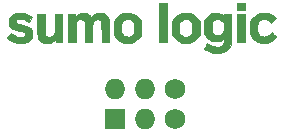
<source format=gbr>
G04 #@! TF.GenerationSoftware,KiCad,Pcbnew,(5.1.10)-1*
G04 #@! TF.CreationDate,2021-09-01T23:51:14-05:00*
G04 #@! TF.ProjectId,Bsides-KC-2021-Sumo-Logic-Sponsor-SAO-SVG2Shenzen v1_00 (Paths),42736964-6573-42d4-9b43-2d323032312d,rev?*
G04 #@! TF.SameCoordinates,Original*
G04 #@! TF.FileFunction,Copper,L1,Top*
G04 #@! TF.FilePolarity,Positive*
%FSLAX46Y46*%
G04 Gerber Fmt 4.6, Leading zero omitted, Abs format (unit mm)*
G04 Created by KiCad (PCBNEW (5.1.10)-1) date 2021-09-01 23:51:14*
%MOMM*%
%LPD*%
G01*
G04 APERTURE LIST*
G04 #@! TA.AperFunction,EtchedComponent*
%ADD10C,0.010000*%
G04 #@! TD*
G04 #@! TA.AperFunction,ComponentPad*
%ADD11C,1.727200*%
G04 #@! TD*
G04 #@! TA.AperFunction,ComponentPad*
%ADD12O,1.727200X1.727200*%
G04 #@! TD*
G04 #@! TA.AperFunction,ComponentPad*
%ADD13R,1.727200X1.727200*%
G04 #@! TD*
G04 APERTURE END LIST*
D10*
G04 #@! TO.C,G\u002A\u002A\u002A*
G36*
X151509373Y-94742945D02*
G01*
X151511815Y-94743053D01*
X151679089Y-94759510D01*
X151817487Y-94795079D01*
X151937683Y-94853782D01*
X152050350Y-94939636D01*
X152062003Y-94950228D01*
X152157675Y-95038415D01*
X152164129Y-94925666D01*
X152170584Y-94812917D01*
X152742084Y-94812917D01*
X152742084Y-96040584D01*
X152742002Y-96301690D01*
X152741690Y-96524011D01*
X152741046Y-96711094D01*
X152739968Y-96866488D01*
X152738356Y-96993741D01*
X152736108Y-97096400D01*
X152733122Y-97178013D01*
X152729298Y-97242129D01*
X152724533Y-97292294D01*
X152718726Y-97332058D01*
X152711777Y-97364967D01*
X152703583Y-97394571D01*
X152703377Y-97395250D01*
X152626483Y-97585630D01*
X152520089Y-97746724D01*
X152382707Y-97880033D01*
X152212851Y-97987061D01*
X152049219Y-98055945D01*
X151972782Y-98079997D01*
X151898844Y-98096454D01*
X151815201Y-98107030D01*
X151709652Y-98113441D01*
X151620250Y-98116271D01*
X151505726Y-98117473D01*
X151396541Y-98115700D01*
X151304955Y-98111327D01*
X151243230Y-98104734D01*
X151242631Y-98104627D01*
X151054370Y-98059614D01*
X150855789Y-97992849D01*
X150667750Y-97911356D01*
X150563865Y-97860646D01*
X150494310Y-97822743D01*
X150456803Y-97789201D01*
X150449066Y-97751572D01*
X150468817Y-97701409D01*
X150513775Y-97630265D01*
X150569586Y-97547761D01*
X150718136Y-97326350D01*
X150937809Y-97436467D01*
X151116640Y-97517195D01*
X151278984Y-97569889D01*
X151436962Y-97597719D01*
X151579062Y-97604180D01*
X151723109Y-97588729D01*
X151853373Y-97546806D01*
X151960532Y-97482244D01*
X152018495Y-97423440D01*
X152066648Y-97337336D01*
X152105407Y-97223835D01*
X152130769Y-97097529D01*
X152138834Y-96984676D01*
X152138834Y-96868747D01*
X152080625Y-96922218D01*
X151939498Y-97029840D01*
X151786016Y-97102259D01*
X151613377Y-97141957D01*
X151451261Y-97151834D01*
X151239816Y-97132289D01*
X151045785Y-97074604D01*
X150871517Y-96980200D01*
X150719362Y-96850499D01*
X150591672Y-96686925D01*
X150542440Y-96601924D01*
X150466667Y-96457726D01*
X150466667Y-95591871D01*
X151080500Y-95591871D01*
X151080500Y-95941367D01*
X151080825Y-96071694D01*
X151082400Y-96167343D01*
X151086128Y-96235970D01*
X151092912Y-96285228D01*
X151103653Y-96322773D01*
X151119255Y-96356260D01*
X151132079Y-96378876D01*
X151202247Y-96467050D01*
X151298206Y-96545692D01*
X151398000Y-96599095D01*
X151489935Y-96619329D01*
X151601587Y-96620608D01*
X151715416Y-96604070D01*
X151810750Y-96572345D01*
X151905656Y-96518144D01*
X151979472Y-96450556D01*
X152046662Y-96356091D01*
X152051865Y-96347500D01*
X152068952Y-96315344D01*
X152081041Y-96279914D01*
X152088984Y-96233492D01*
X152093628Y-96168356D01*
X152095823Y-96076787D01*
X152096418Y-95951065D01*
X152096421Y-95942434D01*
X152096500Y-95611451D01*
X152027709Y-95509134D01*
X151931424Y-95399929D01*
X151816021Y-95323490D01*
X151688404Y-95279879D01*
X151555475Y-95269155D01*
X151424139Y-95291380D01*
X151301299Y-95346615D01*
X151193858Y-95434920D01*
X151141309Y-95501328D01*
X151080500Y-95591871D01*
X150466667Y-95591871D01*
X150466667Y-95432941D01*
X150542150Y-95289297D01*
X150657973Y-95110553D01*
X150799959Y-94964902D01*
X150967457Y-94852888D01*
X151151339Y-94777604D01*
X151232653Y-94755866D01*
X151309070Y-94743837D01*
X151396130Y-94740026D01*
X151509373Y-94742945D01*
G37*
X151509373Y-94742945D02*
X151511815Y-94743053D01*
X151679089Y-94759510D01*
X151817487Y-94795079D01*
X151937683Y-94853782D01*
X152050350Y-94939636D01*
X152062003Y-94950228D01*
X152157675Y-95038415D01*
X152164129Y-94925666D01*
X152170584Y-94812917D01*
X152742084Y-94812917D01*
X152742084Y-96040584D01*
X152742002Y-96301690D01*
X152741690Y-96524011D01*
X152741046Y-96711094D01*
X152739968Y-96866488D01*
X152738356Y-96993741D01*
X152736108Y-97096400D01*
X152733122Y-97178013D01*
X152729298Y-97242129D01*
X152724533Y-97292294D01*
X152718726Y-97332058D01*
X152711777Y-97364967D01*
X152703583Y-97394571D01*
X152703377Y-97395250D01*
X152626483Y-97585630D01*
X152520089Y-97746724D01*
X152382707Y-97880033D01*
X152212851Y-97987061D01*
X152049219Y-98055945D01*
X151972782Y-98079997D01*
X151898844Y-98096454D01*
X151815201Y-98107030D01*
X151709652Y-98113441D01*
X151620250Y-98116271D01*
X151505726Y-98117473D01*
X151396541Y-98115700D01*
X151304955Y-98111327D01*
X151243230Y-98104734D01*
X151242631Y-98104627D01*
X151054370Y-98059614D01*
X150855789Y-97992849D01*
X150667750Y-97911356D01*
X150563865Y-97860646D01*
X150494310Y-97822743D01*
X150456803Y-97789201D01*
X150449066Y-97751572D01*
X150468817Y-97701409D01*
X150513775Y-97630265D01*
X150569586Y-97547761D01*
X150718136Y-97326350D01*
X150937809Y-97436467D01*
X151116640Y-97517195D01*
X151278984Y-97569889D01*
X151436962Y-97597719D01*
X151579062Y-97604180D01*
X151723109Y-97588729D01*
X151853373Y-97546806D01*
X151960532Y-97482244D01*
X152018495Y-97423440D01*
X152066648Y-97337336D01*
X152105407Y-97223835D01*
X152130769Y-97097529D01*
X152138834Y-96984676D01*
X152138834Y-96868747D01*
X152080625Y-96922218D01*
X151939498Y-97029840D01*
X151786016Y-97102259D01*
X151613377Y-97141957D01*
X151451261Y-97151834D01*
X151239816Y-97132289D01*
X151045785Y-97074604D01*
X150871517Y-96980200D01*
X150719362Y-96850499D01*
X150591672Y-96686925D01*
X150542440Y-96601924D01*
X150466667Y-96457726D01*
X150466667Y-95591871D01*
X151080500Y-95591871D01*
X151080500Y-95941367D01*
X151080825Y-96071694D01*
X151082400Y-96167343D01*
X151086128Y-96235970D01*
X151092912Y-96285228D01*
X151103653Y-96322773D01*
X151119255Y-96356260D01*
X151132079Y-96378876D01*
X151202247Y-96467050D01*
X151298206Y-96545692D01*
X151398000Y-96599095D01*
X151489935Y-96619329D01*
X151601587Y-96620608D01*
X151715416Y-96604070D01*
X151810750Y-96572345D01*
X151905656Y-96518144D01*
X151979472Y-96450556D01*
X152046662Y-96356091D01*
X152051865Y-96347500D01*
X152068952Y-96315344D01*
X152081041Y-96279914D01*
X152088984Y-96233492D01*
X152093628Y-96168356D01*
X152095823Y-96076787D01*
X152096418Y-95951065D01*
X152096421Y-95942434D01*
X152096500Y-95611451D01*
X152027709Y-95509134D01*
X151931424Y-95399929D01*
X151816021Y-95323490D01*
X151688404Y-95279879D01*
X151555475Y-95269155D01*
X151424139Y-95291380D01*
X151301299Y-95346615D01*
X151193858Y-95434920D01*
X151141309Y-95501328D01*
X151080500Y-95591871D01*
X150466667Y-95591871D01*
X150466667Y-95432941D01*
X150542150Y-95289297D01*
X150657973Y-95110553D01*
X150799959Y-94964902D01*
X150967457Y-94852888D01*
X151151339Y-94777604D01*
X151232653Y-94755866D01*
X151309070Y-94743837D01*
X151396130Y-94740026D01*
X151509373Y-94742945D01*
G36*
X135031763Y-94744129D02*
G01*
X135128551Y-94749661D01*
X135190185Y-94757188D01*
X135356094Y-94801895D01*
X135531460Y-94873052D01*
X135700377Y-94963217D01*
X135845422Y-95063728D01*
X135903261Y-95110251D01*
X135743510Y-95305542D01*
X135679444Y-95381619D01*
X135623551Y-95443844D01*
X135581894Y-95485740D01*
X135560670Y-95500834D01*
X135530571Y-95488886D01*
X135483369Y-95459025D01*
X135466671Y-95446749D01*
X135410725Y-95409913D01*
X135333042Y-95365941D01*
X135253007Y-95325597D01*
X135178651Y-95293069D01*
X135113526Y-95272274D01*
X135042722Y-95260086D01*
X134951327Y-95253378D01*
X134898584Y-95251283D01*
X134797044Y-95248945D01*
X134725740Y-95251280D01*
X134672683Y-95259920D01*
X134625886Y-95276497D01*
X134591667Y-95293060D01*
X134535631Y-95324297D01*
X134506585Y-95353501D01*
X134494436Y-95396464D01*
X134490060Y-95452023D01*
X134489403Y-95506730D01*
X134498228Y-95548979D01*
X134521950Y-95582318D01*
X134565985Y-95610296D01*
X134635752Y-95636463D01*
X134736665Y-95664368D01*
X134859517Y-95694119D01*
X135093137Y-95752266D01*
X135288505Y-95808104D01*
X135449511Y-95863317D01*
X135580048Y-95919587D01*
X135684008Y-95978598D01*
X135765282Y-96042034D01*
X135827763Y-96111576D01*
X135829176Y-96113487D01*
X135850195Y-96144017D01*
X135864862Y-96174198D01*
X135874318Y-96212084D01*
X135879702Y-96265729D01*
X135882154Y-96343187D01*
X135882814Y-96452513D01*
X135882834Y-96492634D01*
X135882604Y-96612347D01*
X135881001Y-96698293D01*
X135876649Y-96759040D01*
X135868174Y-96803154D01*
X135854203Y-96839203D01*
X135833362Y-96875754D01*
X135817349Y-96900926D01*
X135717781Y-97018903D01*
X135583006Y-97120192D01*
X135418107Y-97201095D01*
X135389884Y-97211679D01*
X135323191Y-97234110D01*
X135261831Y-97249770D01*
X135195333Y-97260006D01*
X135113226Y-97266166D01*
X135005041Y-97269598D01*
X134930334Y-97270814D01*
X134816266Y-97271638D01*
X134713640Y-97271085D01*
X134631702Y-97269299D01*
X134579702Y-97266423D01*
X134570500Y-97265225D01*
X134376041Y-97212784D01*
X134176837Y-97128438D01*
X133986243Y-97018550D01*
X133862957Y-96928094D01*
X133743814Y-96831042D01*
X133828416Y-96732146D01*
X133891568Y-96658950D01*
X133963256Y-96576757D01*
X134006132Y-96528056D01*
X134099247Y-96422863D01*
X134213165Y-96508503D01*
X134364806Y-96614347D01*
X134501125Y-96689936D01*
X134631976Y-96739049D01*
X134767217Y-96765463D01*
X134903243Y-96772960D01*
X135004276Y-96770796D01*
X135078251Y-96761670D01*
X135140219Y-96742958D01*
X135180807Y-96724603D01*
X135279584Y-96675584D01*
X135285825Y-96545605D01*
X135288080Y-96473352D01*
X135282847Y-96430111D01*
X135265266Y-96402644D01*
X135230475Y-96377711D01*
X135222325Y-96372665D01*
X135178027Y-96353269D01*
X135101185Y-96327719D01*
X135000666Y-96298644D01*
X134885338Y-96268672D01*
X134813917Y-96251627D01*
X134616754Y-96203881D01*
X134455848Y-96159259D01*
X134325467Y-96115461D01*
X134219883Y-96070188D01*
X134133366Y-96021140D01*
X134060188Y-95966019D01*
X134027364Y-95935999D01*
X133914334Y-95826521D01*
X133914334Y-95211758D01*
X133979392Y-95113538D01*
X134075441Y-95001926D01*
X134204445Y-94902712D01*
X134357424Y-94822483D01*
X134398097Y-94806264D01*
X134471929Y-94781676D01*
X134546578Y-94764731D01*
X134634214Y-94753557D01*
X134747006Y-94746287D01*
X134803334Y-94744000D01*
X134918774Y-94742086D01*
X135031763Y-94744129D01*
G37*
X135031763Y-94744129D02*
X135128551Y-94749661D01*
X135190185Y-94757188D01*
X135356094Y-94801895D01*
X135531460Y-94873052D01*
X135700377Y-94963217D01*
X135845422Y-95063728D01*
X135903261Y-95110251D01*
X135743510Y-95305542D01*
X135679444Y-95381619D01*
X135623551Y-95443844D01*
X135581894Y-95485740D01*
X135560670Y-95500834D01*
X135530571Y-95488886D01*
X135483369Y-95459025D01*
X135466671Y-95446749D01*
X135410725Y-95409913D01*
X135333042Y-95365941D01*
X135253007Y-95325597D01*
X135178651Y-95293069D01*
X135113526Y-95272274D01*
X135042722Y-95260086D01*
X134951327Y-95253378D01*
X134898584Y-95251283D01*
X134797044Y-95248945D01*
X134725740Y-95251280D01*
X134672683Y-95259920D01*
X134625886Y-95276497D01*
X134591667Y-95293060D01*
X134535631Y-95324297D01*
X134506585Y-95353501D01*
X134494436Y-95396464D01*
X134490060Y-95452023D01*
X134489403Y-95506730D01*
X134498228Y-95548979D01*
X134521950Y-95582318D01*
X134565985Y-95610296D01*
X134635752Y-95636463D01*
X134736665Y-95664368D01*
X134859517Y-95694119D01*
X135093137Y-95752266D01*
X135288505Y-95808104D01*
X135449511Y-95863317D01*
X135580048Y-95919587D01*
X135684008Y-95978598D01*
X135765282Y-96042034D01*
X135827763Y-96111576D01*
X135829176Y-96113487D01*
X135850195Y-96144017D01*
X135864862Y-96174198D01*
X135874318Y-96212084D01*
X135879702Y-96265729D01*
X135882154Y-96343187D01*
X135882814Y-96452513D01*
X135882834Y-96492634D01*
X135882604Y-96612347D01*
X135881001Y-96698293D01*
X135876649Y-96759040D01*
X135868174Y-96803154D01*
X135854203Y-96839203D01*
X135833362Y-96875754D01*
X135817349Y-96900926D01*
X135717781Y-97018903D01*
X135583006Y-97120192D01*
X135418107Y-97201095D01*
X135389884Y-97211679D01*
X135323191Y-97234110D01*
X135261831Y-97249770D01*
X135195333Y-97260006D01*
X135113226Y-97266166D01*
X135005041Y-97269598D01*
X134930334Y-97270814D01*
X134816266Y-97271638D01*
X134713640Y-97271085D01*
X134631702Y-97269299D01*
X134579702Y-97266423D01*
X134570500Y-97265225D01*
X134376041Y-97212784D01*
X134176837Y-97128438D01*
X133986243Y-97018550D01*
X133862957Y-96928094D01*
X133743814Y-96831042D01*
X133828416Y-96732146D01*
X133891568Y-96658950D01*
X133963256Y-96576757D01*
X134006132Y-96528056D01*
X134099247Y-96422863D01*
X134213165Y-96508503D01*
X134364806Y-96614347D01*
X134501125Y-96689936D01*
X134631976Y-96739049D01*
X134767217Y-96765463D01*
X134903243Y-96772960D01*
X135004276Y-96770796D01*
X135078251Y-96761670D01*
X135140219Y-96742958D01*
X135180807Y-96724603D01*
X135279584Y-96675584D01*
X135285825Y-96545605D01*
X135288080Y-96473352D01*
X135282847Y-96430111D01*
X135265266Y-96402644D01*
X135230475Y-96377711D01*
X135222325Y-96372665D01*
X135178027Y-96353269D01*
X135101185Y-96327719D01*
X135000666Y-96298644D01*
X134885338Y-96268672D01*
X134813917Y-96251627D01*
X134616754Y-96203881D01*
X134455848Y-96159259D01*
X134325467Y-96115461D01*
X134219883Y-96070188D01*
X134133366Y-96021140D01*
X134060188Y-95966019D01*
X134027364Y-95935999D01*
X133914334Y-95826521D01*
X133914334Y-95211758D01*
X133979392Y-95113538D01*
X134075441Y-95001926D01*
X134204445Y-94902712D01*
X134357424Y-94822483D01*
X134398097Y-94806264D01*
X134471929Y-94781676D01*
X134546578Y-94764731D01*
X134634214Y-94753557D01*
X134747006Y-94746287D01*
X134803334Y-94744000D01*
X134918774Y-94742086D01*
X135031763Y-94744129D01*
G36*
X136945556Y-95654292D02*
G01*
X136947161Y-95866705D01*
X136948747Y-96040983D01*
X136950552Y-96181321D01*
X136952813Y-96291916D01*
X136955767Y-96376965D01*
X136959651Y-96440665D01*
X136964704Y-96487212D01*
X136971161Y-96520803D01*
X136979261Y-96545634D01*
X136989240Y-96565903D01*
X136997913Y-96580334D01*
X137067129Y-96661265D01*
X137159147Y-96713470D01*
X137272736Y-96740140D01*
X137385853Y-96741021D01*
X137501872Y-96718277D01*
X137605069Y-96676184D01*
X137665932Y-96633245D01*
X137698161Y-96602690D01*
X137724692Y-96574160D01*
X137746136Y-96543353D01*
X137763108Y-96505965D01*
X137776218Y-96457693D01*
X137786079Y-96394234D01*
X137793303Y-96311284D01*
X137798503Y-96204539D01*
X137802292Y-96069698D01*
X137805281Y-95902456D01*
X137808083Y-95698510D01*
X137809000Y-95627834D01*
X137819584Y-94812917D01*
X138433417Y-94812917D01*
X138438883Y-96014125D01*
X138444350Y-97215334D01*
X137872500Y-97215334D01*
X137872500Y-96981027D01*
X137807189Y-97055412D01*
X137753956Y-97103199D01*
X137678473Y-97155589D01*
X137601304Y-97199024D01*
X137538577Y-97228685D01*
X137485891Y-97248599D01*
X137431783Y-97260897D01*
X137364789Y-97267709D01*
X137273447Y-97271167D01*
X137206240Y-97272451D01*
X137098176Y-97272478D01*
X136997954Y-97269365D01*
X136917509Y-97263666D01*
X136872289Y-97256889D01*
X136714687Y-97197872D01*
X136575074Y-97106456D01*
X136460913Y-96988647D01*
X136386586Y-96866084D01*
X136375203Y-96840552D01*
X136365723Y-96815233D01*
X136357944Y-96786142D01*
X136351666Y-96749288D01*
X136346687Y-96700686D01*
X136342805Y-96636347D01*
X136339821Y-96552284D01*
X136337531Y-96444508D01*
X136335735Y-96309033D01*
X136334232Y-96141871D01*
X136332820Y-95939034D01*
X136331825Y-95781292D01*
X136325733Y-94802334D01*
X136939363Y-94802334D01*
X136945556Y-95654292D01*
G37*
X136945556Y-95654292D02*
X136947161Y-95866705D01*
X136948747Y-96040983D01*
X136950552Y-96181321D01*
X136952813Y-96291916D01*
X136955767Y-96376965D01*
X136959651Y-96440665D01*
X136964704Y-96487212D01*
X136971161Y-96520803D01*
X136979261Y-96545634D01*
X136989240Y-96565903D01*
X136997913Y-96580334D01*
X137067129Y-96661265D01*
X137159147Y-96713470D01*
X137272736Y-96740140D01*
X137385853Y-96741021D01*
X137501872Y-96718277D01*
X137605069Y-96676184D01*
X137665932Y-96633245D01*
X137698161Y-96602690D01*
X137724692Y-96574160D01*
X137746136Y-96543353D01*
X137763108Y-96505965D01*
X137776218Y-96457693D01*
X137786079Y-96394234D01*
X137793303Y-96311284D01*
X137798503Y-96204539D01*
X137802292Y-96069698D01*
X137805281Y-95902456D01*
X137808083Y-95698510D01*
X137809000Y-95627834D01*
X137819584Y-94812917D01*
X138433417Y-94812917D01*
X138438883Y-96014125D01*
X138444350Y-97215334D01*
X137872500Y-97215334D01*
X137872500Y-96981027D01*
X137807189Y-97055412D01*
X137753956Y-97103199D01*
X137678473Y-97155589D01*
X137601304Y-97199024D01*
X137538577Y-97228685D01*
X137485891Y-97248599D01*
X137431783Y-97260897D01*
X137364789Y-97267709D01*
X137273447Y-97271167D01*
X137206240Y-97272451D01*
X137098176Y-97272478D01*
X136997954Y-97269365D01*
X136917509Y-97263666D01*
X136872289Y-97256889D01*
X136714687Y-97197872D01*
X136575074Y-97106456D01*
X136460913Y-96988647D01*
X136386586Y-96866084D01*
X136375203Y-96840552D01*
X136365723Y-96815233D01*
X136357944Y-96786142D01*
X136351666Y-96749288D01*
X136346687Y-96700686D01*
X136342805Y-96636347D01*
X136339821Y-96552284D01*
X136337531Y-96444508D01*
X136335735Y-96309033D01*
X136334232Y-96141871D01*
X136332820Y-95939034D01*
X136331825Y-95781292D01*
X136325733Y-94802334D01*
X136939363Y-94802334D01*
X136945556Y-95654292D01*
G36*
X144210244Y-94752925D02*
G01*
X144415807Y-94799699D01*
X144600182Y-94879728D01*
X144767774Y-94994708D01*
X144855949Y-95075004D01*
X144932718Y-95159067D01*
X145004493Y-95250850D01*
X145058645Y-95334013D01*
X145064631Y-95345046D01*
X145132667Y-95475009D01*
X145132667Y-96542658D01*
X145063875Y-96672621D01*
X144952689Y-96839300D01*
X144808745Y-96986547D01*
X144639242Y-97108916D01*
X144451381Y-97200958D01*
X144306047Y-97246043D01*
X144184147Y-97265535D01*
X144038569Y-97274785D01*
X143886124Y-97273818D01*
X143743625Y-97262656D01*
X143642557Y-97245095D01*
X143457386Y-97181697D01*
X143281521Y-97086192D01*
X143123079Y-96964792D01*
X142990181Y-96823707D01*
X142891825Y-96670895D01*
X142825500Y-96539207D01*
X142825500Y-96024029D01*
X143418246Y-96024029D01*
X143418702Y-96156792D01*
X143420508Y-96254564D01*
X143424425Y-96324684D01*
X143431213Y-96374489D01*
X143441634Y-96411319D01*
X143456446Y-96442510D01*
X143462737Y-96453334D01*
X143560070Y-96583104D01*
X143674709Y-96674670D01*
X143809262Y-96729524D01*
X143966334Y-96749159D01*
X143979084Y-96749253D01*
X144086777Y-96743476D01*
X144174086Y-96723424D01*
X144233084Y-96699221D01*
X144352148Y-96625338D01*
X144445070Y-96525496D01*
X144495499Y-96443064D01*
X144512339Y-96407302D01*
X144524342Y-96368890D01*
X144532309Y-96320107D01*
X144537039Y-96253232D01*
X144539334Y-96160543D01*
X144539993Y-96034319D01*
X144540000Y-96013735D01*
X144539610Y-95883587D01*
X144537828Y-95787768D01*
X144533739Y-95718279D01*
X144526426Y-95667119D01*
X144514973Y-95626287D01*
X144498463Y-95587782D01*
X144489057Y-95568922D01*
X144403959Y-95441478D01*
X144296302Y-95349472D01*
X144165008Y-95292270D01*
X144009001Y-95269237D01*
X143979084Y-95268672D01*
X143819002Y-95286319D01*
X143681092Y-95339642D01*
X143566120Y-95428323D01*
X143547657Y-95448315D01*
X143503049Y-95502250D01*
X143469991Y-95553055D01*
X143446776Y-95608316D01*
X143431699Y-95675619D01*
X143423055Y-95762549D01*
X143419139Y-95876692D01*
X143418246Y-96024029D01*
X142825500Y-96024029D01*
X142825500Y-95473313D01*
X142883709Y-95355470D01*
X142927250Y-95283871D01*
X142991624Y-95198029D01*
X143066101Y-95111913D01*
X143090084Y-95086815D01*
X143248011Y-94949363D01*
X143418475Y-94847847D01*
X143606533Y-94780280D01*
X143817242Y-94744678D01*
X143979084Y-94737710D01*
X144210244Y-94752925D01*
G37*
X144210244Y-94752925D02*
X144415807Y-94799699D01*
X144600182Y-94879728D01*
X144767774Y-94994708D01*
X144855949Y-95075004D01*
X144932718Y-95159067D01*
X145004493Y-95250850D01*
X145058645Y-95334013D01*
X145064631Y-95345046D01*
X145132667Y-95475009D01*
X145132667Y-96542658D01*
X145063875Y-96672621D01*
X144952689Y-96839300D01*
X144808745Y-96986547D01*
X144639242Y-97108916D01*
X144451381Y-97200958D01*
X144306047Y-97246043D01*
X144184147Y-97265535D01*
X144038569Y-97274785D01*
X143886124Y-97273818D01*
X143743625Y-97262656D01*
X143642557Y-97245095D01*
X143457386Y-97181697D01*
X143281521Y-97086192D01*
X143123079Y-96964792D01*
X142990181Y-96823707D01*
X142891825Y-96670895D01*
X142825500Y-96539207D01*
X142825500Y-96024029D01*
X143418246Y-96024029D01*
X143418702Y-96156792D01*
X143420508Y-96254564D01*
X143424425Y-96324684D01*
X143431213Y-96374489D01*
X143441634Y-96411319D01*
X143456446Y-96442510D01*
X143462737Y-96453334D01*
X143560070Y-96583104D01*
X143674709Y-96674670D01*
X143809262Y-96729524D01*
X143966334Y-96749159D01*
X143979084Y-96749253D01*
X144086777Y-96743476D01*
X144174086Y-96723424D01*
X144233084Y-96699221D01*
X144352148Y-96625338D01*
X144445070Y-96525496D01*
X144495499Y-96443064D01*
X144512339Y-96407302D01*
X144524342Y-96368890D01*
X144532309Y-96320107D01*
X144537039Y-96253232D01*
X144539334Y-96160543D01*
X144539993Y-96034319D01*
X144540000Y-96013735D01*
X144539610Y-95883587D01*
X144537828Y-95787768D01*
X144533739Y-95718279D01*
X144526426Y-95667119D01*
X144514973Y-95626287D01*
X144498463Y-95587782D01*
X144489057Y-95568922D01*
X144403959Y-95441478D01*
X144296302Y-95349472D01*
X144165008Y-95292270D01*
X144009001Y-95269237D01*
X143979084Y-95268672D01*
X143819002Y-95286319D01*
X143681092Y-95339642D01*
X143566120Y-95428323D01*
X143547657Y-95448315D01*
X143503049Y-95502250D01*
X143469991Y-95553055D01*
X143446776Y-95608316D01*
X143431699Y-95675619D01*
X143423055Y-95762549D01*
X143419139Y-95876692D01*
X143418246Y-96024029D01*
X142825500Y-96024029D01*
X142825500Y-95473313D01*
X142883709Y-95355470D01*
X142927250Y-95283871D01*
X142991624Y-95198029D01*
X143066101Y-95111913D01*
X143090084Y-95086815D01*
X143248011Y-94949363D01*
X143418475Y-94847847D01*
X143606533Y-94780280D01*
X143817242Y-94744678D01*
X143979084Y-94737710D01*
X144210244Y-94752925D01*
G36*
X148983640Y-94741387D02*
G01*
X149126087Y-94751503D01*
X149243586Y-94771637D01*
X149246528Y-94772387D01*
X149445645Y-94844122D01*
X149629449Y-94950322D01*
X149791268Y-95085792D01*
X149924426Y-95245339D01*
X149986767Y-95348514D01*
X150064500Y-95496441D01*
X150064500Y-96521226D01*
X149988799Y-96665286D01*
X149874900Y-96837617D01*
X149728062Y-96987922D01*
X149553723Y-97112040D01*
X149357323Y-97205811D01*
X149229261Y-97246267D01*
X149121840Y-97264973D01*
X148988868Y-97274908D01*
X148845860Y-97276095D01*
X148708329Y-97268557D01*
X148591790Y-97252313D01*
X148561667Y-97245334D01*
X148368937Y-97175301D01*
X148188036Y-97072648D01*
X148026729Y-96943372D01*
X147892780Y-96793471D01*
X147812778Y-96667017D01*
X147736167Y-96521226D01*
X147736167Y-95618124D01*
X148350000Y-95618124D01*
X148350000Y-96399543D01*
X148416350Y-96496773D01*
X148518503Y-96612542D01*
X148643246Y-96697888D01*
X148696872Y-96721598D01*
X148780017Y-96740365D01*
X148885492Y-96747035D01*
X148995098Y-96741752D01*
X149090640Y-96724656D01*
X149110716Y-96718370D01*
X149211276Y-96671749D01*
X149295836Y-96604710D01*
X149376988Y-96507141D01*
X149381388Y-96500990D01*
X149450667Y-96403549D01*
X149450667Y-95614118D01*
X149381388Y-95516677D01*
X149284868Y-95402330D01*
X149181281Y-95325871D01*
X149062146Y-95282876D01*
X148918983Y-95268924D01*
X148906305Y-95268929D01*
X148756206Y-95281539D01*
X148633722Y-95320253D01*
X148530026Y-95389638D01*
X148436287Y-95494259D01*
X148416138Y-95522437D01*
X148350000Y-95618124D01*
X147736167Y-95618124D01*
X147736167Y-95496441D01*
X147813900Y-95348514D01*
X147926570Y-95177923D01*
X148071527Y-95028052D01*
X148241530Y-94904477D01*
X148429337Y-94812768D01*
X148563849Y-94771376D01*
X148686798Y-94751300D01*
X148831969Y-94741312D01*
X148983640Y-94741387D01*
G37*
X148983640Y-94741387D02*
X149126087Y-94751503D01*
X149243586Y-94771637D01*
X149246528Y-94772387D01*
X149445645Y-94844122D01*
X149629449Y-94950322D01*
X149791268Y-95085792D01*
X149924426Y-95245339D01*
X149986767Y-95348514D01*
X150064500Y-95496441D01*
X150064500Y-96521226D01*
X149988799Y-96665286D01*
X149874900Y-96837617D01*
X149728062Y-96987922D01*
X149553723Y-97112040D01*
X149357323Y-97205811D01*
X149229261Y-97246267D01*
X149121840Y-97264973D01*
X148988868Y-97274908D01*
X148845860Y-97276095D01*
X148708329Y-97268557D01*
X148591790Y-97252313D01*
X148561667Y-97245334D01*
X148368937Y-97175301D01*
X148188036Y-97072648D01*
X148026729Y-96943372D01*
X147892780Y-96793471D01*
X147812778Y-96667017D01*
X147736167Y-96521226D01*
X147736167Y-95618124D01*
X148350000Y-95618124D01*
X148350000Y-96399543D01*
X148416350Y-96496773D01*
X148518503Y-96612542D01*
X148643246Y-96697888D01*
X148696872Y-96721598D01*
X148780017Y-96740365D01*
X148885492Y-96747035D01*
X148995098Y-96741752D01*
X149090640Y-96724656D01*
X149110716Y-96718370D01*
X149211276Y-96671749D01*
X149295836Y-96604710D01*
X149376988Y-96507141D01*
X149381388Y-96500990D01*
X149450667Y-96403549D01*
X149450667Y-95614118D01*
X149381388Y-95516677D01*
X149284868Y-95402330D01*
X149181281Y-95325871D01*
X149062146Y-95282876D01*
X148918983Y-95268924D01*
X148906305Y-95268929D01*
X148756206Y-95281539D01*
X148633722Y-95320253D01*
X148530026Y-95389638D01*
X148436287Y-95494259D01*
X148416138Y-95522437D01*
X148350000Y-95618124D01*
X147736167Y-95618124D01*
X147736167Y-95496441D01*
X147813900Y-95348514D01*
X147926570Y-95177923D01*
X148071527Y-95028052D01*
X148241530Y-94904477D01*
X148429337Y-94812768D01*
X148563849Y-94771376D01*
X148686798Y-94751300D01*
X148831969Y-94741312D01*
X148983640Y-94741387D01*
G36*
X155700524Y-94750349D02*
G01*
X155829319Y-94764851D01*
X155931091Y-94786252D01*
X155938667Y-94788569D01*
X156062428Y-94840062D01*
X156196915Y-94916550D01*
X156327632Y-95009027D01*
X156416553Y-95085426D01*
X156525362Y-95188602D01*
X156142084Y-95571880D01*
X156071917Y-95514463D01*
X155979315Y-95444057D01*
X155881461Y-95378531D01*
X155790609Y-95325570D01*
X155719015Y-95292862D01*
X155718133Y-95292559D01*
X155658248Y-95279513D01*
X155575925Y-95270607D01*
X155505331Y-95268000D01*
X155355427Y-95286275D01*
X155222008Y-95339088D01*
X155111798Y-95423424D01*
X155081161Y-95458297D01*
X155035465Y-95519850D01*
X155002132Y-95577478D01*
X154979256Y-95639552D01*
X154964929Y-95714440D01*
X154957245Y-95810512D01*
X154954295Y-95936135D01*
X154954000Y-96016320D01*
X154954321Y-96141446D01*
X154956047Y-96232756D01*
X154960324Y-96298767D01*
X154968298Y-96347996D01*
X154981113Y-96388959D01*
X154999915Y-96430173D01*
X155013113Y-96455821D01*
X155100038Y-96580914D01*
X155211419Y-96671826D01*
X155345512Y-96727626D01*
X155500571Y-96747384D01*
X155556914Y-96745780D01*
X155686576Y-96724088D01*
X155809463Y-96673766D01*
X155933670Y-96590762D01*
X156025481Y-96511284D01*
X156160471Y-96385007D01*
X156310937Y-96509128D01*
X156384940Y-96570123D01*
X156452773Y-96625943D01*
X156503329Y-96667450D01*
X156515782Y-96677637D01*
X156570161Y-96722024D01*
X156523584Y-96787436D01*
X156459307Y-96863086D01*
X156370457Y-96948601D01*
X156269503Y-97033356D01*
X156168912Y-97106721D01*
X156099720Y-97148676D01*
X156009901Y-97190728D01*
X155910541Y-97228734D01*
X155852704Y-97246423D01*
X155741847Y-97265897D01*
X155605011Y-97276015D01*
X155457043Y-97276934D01*
X155312789Y-97268806D01*
X155187096Y-97251787D01*
X155132077Y-97238929D01*
X154927851Y-97160398D01*
X154745956Y-97049754D01*
X154590484Y-96910583D01*
X154465525Y-96746468D01*
X154383529Y-96582944D01*
X154369201Y-96543051D01*
X154358398Y-96501483D01*
X154350633Y-96451703D01*
X154345416Y-96387172D01*
X154342260Y-96301353D01*
X154340678Y-96187707D01*
X154340179Y-96039696D01*
X154340167Y-96002161D01*
X154340167Y-95531389D01*
X154414678Y-95375911D01*
X154522077Y-95199759D01*
X154662718Y-95046061D01*
X154831884Y-94918531D01*
X155024855Y-94820884D01*
X155186141Y-94768537D01*
X155287513Y-94751839D01*
X155416069Y-94743482D01*
X155558256Y-94743106D01*
X155700524Y-94750349D01*
G37*
X155700524Y-94750349D02*
X155829319Y-94764851D01*
X155931091Y-94786252D01*
X155938667Y-94788569D01*
X156062428Y-94840062D01*
X156196915Y-94916550D01*
X156327632Y-95009027D01*
X156416553Y-95085426D01*
X156525362Y-95188602D01*
X156142084Y-95571880D01*
X156071917Y-95514463D01*
X155979315Y-95444057D01*
X155881461Y-95378531D01*
X155790609Y-95325570D01*
X155719015Y-95292862D01*
X155718133Y-95292559D01*
X155658248Y-95279513D01*
X155575925Y-95270607D01*
X155505331Y-95268000D01*
X155355427Y-95286275D01*
X155222008Y-95339088D01*
X155111798Y-95423424D01*
X155081161Y-95458297D01*
X155035465Y-95519850D01*
X155002132Y-95577478D01*
X154979256Y-95639552D01*
X154964929Y-95714440D01*
X154957245Y-95810512D01*
X154954295Y-95936135D01*
X154954000Y-96016320D01*
X154954321Y-96141446D01*
X154956047Y-96232756D01*
X154960324Y-96298767D01*
X154968298Y-96347996D01*
X154981113Y-96388959D01*
X154999915Y-96430173D01*
X155013113Y-96455821D01*
X155100038Y-96580914D01*
X155211419Y-96671826D01*
X155345512Y-96727626D01*
X155500571Y-96747384D01*
X155556914Y-96745780D01*
X155686576Y-96724088D01*
X155809463Y-96673766D01*
X155933670Y-96590762D01*
X156025481Y-96511284D01*
X156160471Y-96385007D01*
X156310937Y-96509128D01*
X156384940Y-96570123D01*
X156452773Y-96625943D01*
X156503329Y-96667450D01*
X156515782Y-96677637D01*
X156570161Y-96722024D01*
X156523584Y-96787436D01*
X156459307Y-96863086D01*
X156370457Y-96948601D01*
X156269503Y-97033356D01*
X156168912Y-97106721D01*
X156099720Y-97148676D01*
X156009901Y-97190728D01*
X155910541Y-97228734D01*
X155852704Y-97246423D01*
X155741847Y-97265897D01*
X155605011Y-97276015D01*
X155457043Y-97276934D01*
X155312789Y-97268806D01*
X155187096Y-97251787D01*
X155132077Y-97238929D01*
X154927851Y-97160398D01*
X154745956Y-97049754D01*
X154590484Y-96910583D01*
X154465525Y-96746468D01*
X154383529Y-96582944D01*
X154369201Y-96543051D01*
X154358398Y-96501483D01*
X154350633Y-96451703D01*
X154345416Y-96387172D01*
X154342260Y-96301353D01*
X154340678Y-96187707D01*
X154340179Y-96039696D01*
X154340167Y-96002161D01*
X154340167Y-95531389D01*
X154414678Y-95375911D01*
X154522077Y-95199759D01*
X154662718Y-95046061D01*
X154831884Y-94918531D01*
X155024855Y-94820884D01*
X155186141Y-94768537D01*
X155287513Y-94751839D01*
X155416069Y-94743482D01*
X155558256Y-94743106D01*
X155700524Y-94750349D01*
G36*
X141740085Y-94748434D02*
G01*
X141914557Y-94784830D01*
X142061630Y-94852554D01*
X142182792Y-94952529D01*
X142279533Y-95085676D01*
X142351253Y-95246834D01*
X142361031Y-95277601D01*
X142369096Y-95310996D01*
X142375612Y-95351218D01*
X142380743Y-95402464D01*
X142384650Y-95468932D01*
X142387499Y-95554820D01*
X142389451Y-95664325D01*
X142390670Y-95801645D01*
X142391320Y-95970979D01*
X142391563Y-96176523D01*
X142391584Y-96284000D01*
X142391584Y-97204750D01*
X142080289Y-97210602D01*
X141768994Y-97216455D01*
X141762789Y-96374519D01*
X141761138Y-96162843D01*
X141759455Y-95989218D01*
X141757509Y-95849363D01*
X141755071Y-95738995D01*
X141751910Y-95653832D01*
X141747796Y-95589594D01*
X141742500Y-95541998D01*
X141735792Y-95506762D01*
X141727441Y-95479604D01*
X141717218Y-95456244D01*
X141713024Y-95447917D01*
X141647616Y-95363154D01*
X141558495Y-95305888D01*
X141454477Y-95276521D01*
X141344378Y-95275457D01*
X141237013Y-95303099D01*
X141141196Y-95359850D01*
X141084163Y-95419155D01*
X141059523Y-95454150D01*
X141039283Y-95490569D01*
X141023015Y-95532793D01*
X141010286Y-95585201D01*
X141000667Y-95652175D01*
X140993727Y-95738094D01*
X140989037Y-95847340D01*
X140986165Y-95984293D01*
X140984681Y-96153333D01*
X140984155Y-96358841D01*
X140984118Y-96437459D01*
X140984000Y-97215334D01*
X140370167Y-97215334D01*
X140370044Y-96469209D01*
X140369429Y-96234495D01*
X140367472Y-96038267D01*
X140363880Y-95876689D01*
X140358361Y-95745926D01*
X140350621Y-95642144D01*
X140340368Y-95561506D01*
X140327309Y-95500179D01*
X140311152Y-95454327D01*
X140291603Y-95420115D01*
X140289751Y-95417588D01*
X140223297Y-95343905D01*
X140150874Y-95300506D01*
X140059357Y-95281251D01*
X139992831Y-95278726D01*
X139867929Y-95290236D01*
X139771863Y-95327525D01*
X139696832Y-95395165D01*
X139641410Y-95484627D01*
X139587000Y-95593812D01*
X139587000Y-97215334D01*
X138952000Y-97215334D01*
X138952000Y-94801139D01*
X139534084Y-94812917D01*
X139540464Y-94923538D01*
X139546844Y-95034160D01*
X139611066Y-94961015D01*
X139663653Y-94913944D01*
X139738636Y-94862079D01*
X139815980Y-94818643D01*
X139877970Y-94789186D01*
X139929122Y-94769541D01*
X139980749Y-94757725D01*
X140044162Y-94751756D01*
X140130674Y-94749651D01*
X140211044Y-94749417D01*
X140319473Y-94749877D01*
X140396494Y-94752618D01*
X140453029Y-94759683D01*
X140500003Y-94773114D01*
X140548338Y-94794954D01*
X140599317Y-94822015D01*
X140679985Y-94872434D01*
X140756234Y-94931172D01*
X140805084Y-94978572D01*
X140876949Y-95062531D01*
X140967516Y-94971475D01*
X141036574Y-94913292D01*
X141124086Y-94854512D01*
X141195667Y-94815582D01*
X141271483Y-94782851D01*
X141340267Y-94762119D01*
X141417732Y-94750017D01*
X141519590Y-94743175D01*
X141536724Y-94742444D01*
X141740085Y-94748434D01*
G37*
X141740085Y-94748434D02*
X141914557Y-94784830D01*
X142061630Y-94852554D01*
X142182792Y-94952529D01*
X142279533Y-95085676D01*
X142351253Y-95246834D01*
X142361031Y-95277601D01*
X142369096Y-95310996D01*
X142375612Y-95351218D01*
X142380743Y-95402464D01*
X142384650Y-95468932D01*
X142387499Y-95554820D01*
X142389451Y-95664325D01*
X142390670Y-95801645D01*
X142391320Y-95970979D01*
X142391563Y-96176523D01*
X142391584Y-96284000D01*
X142391584Y-97204750D01*
X142080289Y-97210602D01*
X141768994Y-97216455D01*
X141762789Y-96374519D01*
X141761138Y-96162843D01*
X141759455Y-95989218D01*
X141757509Y-95849363D01*
X141755071Y-95738995D01*
X141751910Y-95653832D01*
X141747796Y-95589594D01*
X141742500Y-95541998D01*
X141735792Y-95506762D01*
X141727441Y-95479604D01*
X141717218Y-95456244D01*
X141713024Y-95447917D01*
X141647616Y-95363154D01*
X141558495Y-95305888D01*
X141454477Y-95276521D01*
X141344378Y-95275457D01*
X141237013Y-95303099D01*
X141141196Y-95359850D01*
X141084163Y-95419155D01*
X141059523Y-95454150D01*
X141039283Y-95490569D01*
X141023015Y-95532793D01*
X141010286Y-95585201D01*
X141000667Y-95652175D01*
X140993727Y-95738094D01*
X140989037Y-95847340D01*
X140986165Y-95984293D01*
X140984681Y-96153333D01*
X140984155Y-96358841D01*
X140984118Y-96437459D01*
X140984000Y-97215334D01*
X140370167Y-97215334D01*
X140370044Y-96469209D01*
X140369429Y-96234495D01*
X140367472Y-96038267D01*
X140363880Y-95876689D01*
X140358361Y-95745926D01*
X140350621Y-95642144D01*
X140340368Y-95561506D01*
X140327309Y-95500179D01*
X140311152Y-95454327D01*
X140291603Y-95420115D01*
X140289751Y-95417588D01*
X140223297Y-95343905D01*
X140150874Y-95300506D01*
X140059357Y-95281251D01*
X139992831Y-95278726D01*
X139867929Y-95290236D01*
X139771863Y-95327525D01*
X139696832Y-95395165D01*
X139641410Y-95484627D01*
X139587000Y-95593812D01*
X139587000Y-97215334D01*
X138952000Y-97215334D01*
X138952000Y-94801139D01*
X139534084Y-94812917D01*
X139540464Y-94923538D01*
X139546844Y-95034160D01*
X139611066Y-94961015D01*
X139663653Y-94913944D01*
X139738636Y-94862079D01*
X139815980Y-94818643D01*
X139877970Y-94789186D01*
X139929122Y-94769541D01*
X139980749Y-94757725D01*
X140044162Y-94751756D01*
X140130674Y-94749651D01*
X140211044Y-94749417D01*
X140319473Y-94749877D01*
X140396494Y-94752618D01*
X140453029Y-94759683D01*
X140500003Y-94773114D01*
X140548338Y-94794954D01*
X140599317Y-94822015D01*
X140679985Y-94872434D01*
X140756234Y-94931172D01*
X140805084Y-94978572D01*
X140876949Y-95062531D01*
X140967516Y-94971475D01*
X141036574Y-94913292D01*
X141124086Y-94854512D01*
X141195667Y-94815582D01*
X141271483Y-94782851D01*
X141340267Y-94762119D01*
X141417732Y-94750017D01*
X141519590Y-94743175D01*
X141536724Y-94742444D01*
X141740085Y-94748434D01*
G36*
X147270500Y-97215334D02*
G01*
X146656667Y-97215334D01*
X146656667Y-93871000D01*
X147270500Y-93871000D01*
X147270500Y-97215334D01*
G37*
X147270500Y-97215334D02*
X146656667Y-97215334D01*
X146656667Y-93871000D01*
X147270500Y-93871000D01*
X147270500Y-97215334D01*
G36*
X153874500Y-97215334D02*
G01*
X153260667Y-97215334D01*
X153260667Y-94802334D01*
X153874500Y-94802334D01*
X153874500Y-97215334D01*
G37*
X153874500Y-97215334D02*
X153260667Y-97215334D01*
X153260667Y-94802334D01*
X153874500Y-94802334D01*
X153874500Y-97215334D01*
G36*
X153895667Y-94463667D02*
G01*
X153238306Y-94463667D01*
X153244195Y-94172625D01*
X153250084Y-93881584D01*
X153572875Y-93875741D01*
X153895667Y-93869898D01*
X153895667Y-94463667D01*
G37*
X153895667Y-94463667D02*
X153238306Y-94463667D01*
X153244195Y-94172625D01*
X153250084Y-93881584D01*
X153572875Y-93875741D01*
X153895667Y-93869898D01*
X153895667Y-94463667D01*
G04 #@! TD*
D11*
G04 #@! TO.P,X1,5*
G04 #@! TO.N,Net-(X1-Pad5)*
X147980200Y-101148400D03*
G04 #@! TO.P,X1,6*
G04 #@! TO.N,Net-(X1-Pad6)*
X147980200Y-103688400D03*
D12*
G04 #@! TO.P,X1,3*
G04 #@! TO.N,Net-(X1-Pad3)*
X145440200Y-101148400D03*
G04 #@! TO.P,X1,4*
G04 #@! TO.N,Net-(X1-Pad4)*
X145440200Y-103688400D03*
G04 #@! TO.P,X1,1*
G04 #@! TO.N,VCC*
X142900200Y-101148400D03*
D13*
G04 #@! TO.P,X1,2*
G04 #@! TO.N,GND*
X142900200Y-103688400D03*
G04 #@! TD*
M02*

</source>
